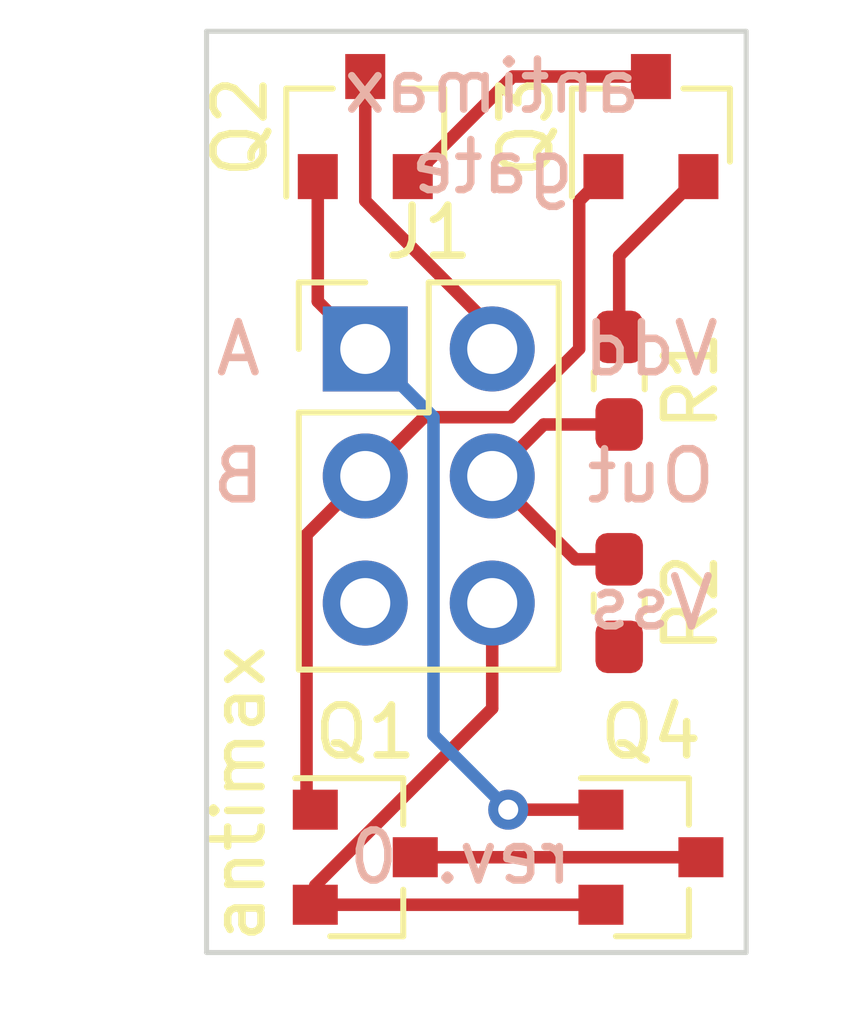
<source format=kicad_pcb>
(kicad_pcb (version 20171130) (host pcbnew 5.1.6)

  (general
    (thickness 1.6)
    (drawings 12)
    (tracks 32)
    (zones 0)
    (modules 7)
    (nets 10)
  )

  (page A4)
  (layers
    (0 F.Cu signal)
    (31 B.Cu signal)
    (32 B.Adhes user)
    (33 F.Adhes user)
    (34 B.Paste user)
    (35 F.Paste user)
    (36 B.SilkS user)
    (37 F.SilkS user)
    (38 B.Mask user)
    (39 F.Mask user)
    (40 Dwgs.User user)
    (41 Cmts.User user)
    (42 Eco1.User user)
    (43 Eco2.User user)
    (44 Edge.Cuts user)
    (45 Margin user)
    (46 B.CrtYd user)
    (47 F.CrtYd user)
    (48 B.Fab user)
    (49 F.Fab user)
  )

  (setup
    (last_trace_width 0.25)
    (user_trace_width 0.3)
    (trace_clearance 0.2)
    (zone_clearance 0.508)
    (zone_45_only no)
    (trace_min 0.2)
    (via_size 0.8)
    (via_drill 0.4)
    (via_min_size 0.4)
    (via_min_drill 0.3)
    (uvia_size 0.3)
    (uvia_drill 0.1)
    (uvias_allowed no)
    (uvia_min_size 0.2)
    (uvia_min_drill 0.1)
    (edge_width 0.05)
    (segment_width 0.2)
    (pcb_text_width 0.3)
    (pcb_text_size 1.5 1.5)
    (mod_edge_width 0.12)
    (mod_text_size 1 1)
    (mod_text_width 0.15)
    (pad_size 1.524 1.524)
    (pad_drill 0.762)
    (pad_to_mask_clearance 0.05)
    (aux_axis_origin 0 0)
    (visible_elements FFFFFF7F)
    (pcbplotparams
      (layerselection 0x010fc_ffffffff)
      (usegerberextensions false)
      (usegerberattributes true)
      (usegerberadvancedattributes true)
      (creategerberjobfile true)
      (excludeedgelayer true)
      (linewidth 0.100000)
      (plotframeref false)
      (viasonmask false)
      (mode 1)
      (useauxorigin false)
      (hpglpennumber 1)
      (hpglpenspeed 20)
      (hpglpendiameter 15.000000)
      (psnegative false)
      (psa4output false)
      (plotreference true)
      (plotvalue true)
      (plotinvisibletext false)
      (padsonsilk false)
      (subtractmaskfromsilk false)
      (outputformat 1)
      (mirror false)
      (drillshape 0)
      (scaleselection 1)
      (outputdirectory ""))
  )

  (net 0 "")
  (net 1 Vss)
  (net 2 "Net-(J1-Pad5)")
  (net 3 Out)
  (net 4 B)
  (net 5 Vdd)
  (net 6 A)
  (net 7 "Net-(Q1-Pad3)")
  (net 8 "Net-(Q2-Pad2)")
  (net 9 "Net-(Q3-Pad2)")

  (net_class Default "This is the default net class."
    (clearance 0.2)
    (trace_width 0.25)
    (via_dia 0.8)
    (via_drill 0.4)
    (uvia_dia 0.3)
    (uvia_drill 0.1)
    (add_net A)
    (add_net B)
    (add_net "Net-(J1-Pad5)")
    (add_net "Net-(Q1-Pad3)")
    (add_net "Net-(Q2-Pad2)")
    (add_net "Net-(Q3-Pad2)")
    (add_net Out)
    (add_net Vdd)
    (add_net Vss)
  )

  (module Resistor_SMD:R_0603_1608Metric_Pad1.05x0.95mm_HandSolder (layer F.Cu) (tedit 5B301BBD) (tstamp 5FDEF431)
    (at 135.89 66.675 270)
    (descr "Resistor SMD 0603 (1608 Metric), square (rectangular) end terminal, IPC_7351 nominal with elongated pad for handsoldering. (Body size source: http://www.tortai-tech.com/upload/download/2011102023233369053.pdf), generated with kicad-footprint-generator")
    (tags "resistor handsolder")
    (path /5FE26934)
    (attr smd)
    (fp_text reference R2 (at 0 -1.43 90) (layer F.SilkS)
      (effects (font (size 1 1) (thickness 0.15)))
    )
    (fp_text value 12k (at 0 1.43 90) (layer F.Fab)
      (effects (font (size 1 1) (thickness 0.15)))
    )
    (fp_line (start 1.65 0.73) (end -1.65 0.73) (layer F.CrtYd) (width 0.05))
    (fp_line (start 1.65 -0.73) (end 1.65 0.73) (layer F.CrtYd) (width 0.05))
    (fp_line (start -1.65 -0.73) (end 1.65 -0.73) (layer F.CrtYd) (width 0.05))
    (fp_line (start -1.65 0.73) (end -1.65 -0.73) (layer F.CrtYd) (width 0.05))
    (fp_line (start -0.171267 0.51) (end 0.171267 0.51) (layer F.SilkS) (width 0.12))
    (fp_line (start -0.171267 -0.51) (end 0.171267 -0.51) (layer F.SilkS) (width 0.12))
    (fp_line (start 0.8 0.4) (end -0.8 0.4) (layer F.Fab) (width 0.1))
    (fp_line (start 0.8 -0.4) (end 0.8 0.4) (layer F.Fab) (width 0.1))
    (fp_line (start -0.8 -0.4) (end 0.8 -0.4) (layer F.Fab) (width 0.1))
    (fp_line (start -0.8 0.4) (end -0.8 -0.4) (layer F.Fab) (width 0.1))
    (fp_text user %R (at 0 0 90) (layer F.Fab)
      (effects (font (size 0.4 0.4) (thickness 0.06)))
    )
    (pad 2 smd roundrect (at 0.875 0 270) (size 1.05 0.95) (layers F.Cu F.Paste F.Mask) (roundrect_rratio 0.25)
      (net 7 "Net-(Q1-Pad3)"))
    (pad 1 smd roundrect (at -0.875 0 270) (size 1.05 0.95) (layers F.Cu F.Paste F.Mask) (roundrect_rratio 0.25)
      (net 3 Out))
    (model ${KISYS3DMOD}/Resistor_SMD.3dshapes/R_0603_1608Metric.wrl
      (at (xyz 0 0 0))
      (scale (xyz 1 1 1))
      (rotate (xyz 0 0 0))
    )
  )

  (module Resistor_SMD:R_0603_1608Metric_Pad1.05x0.95mm_HandSolder (layer F.Cu) (tedit 5B301BBD) (tstamp 5FDEF420)
    (at 135.89 62.23 270)
    (descr "Resistor SMD 0603 (1608 Metric), square (rectangular) end terminal, IPC_7351 nominal with elongated pad for handsoldering. (Body size source: http://www.tortai-tech.com/upload/download/2011102023233369053.pdf), generated with kicad-footprint-generator")
    (tags "resistor handsolder")
    (path /5FDF3FD0)
    (attr smd)
    (fp_text reference R1 (at 0 -1.43 90) (layer F.SilkS)
      (effects (font (size 1 1) (thickness 0.15)))
    )
    (fp_text value 12k (at 0 1.43 90) (layer F.Fab)
      (effects (font (size 1 1) (thickness 0.15)))
    )
    (fp_line (start 1.65 0.73) (end -1.65 0.73) (layer F.CrtYd) (width 0.05))
    (fp_line (start 1.65 -0.73) (end 1.65 0.73) (layer F.CrtYd) (width 0.05))
    (fp_line (start -1.65 -0.73) (end 1.65 -0.73) (layer F.CrtYd) (width 0.05))
    (fp_line (start -1.65 0.73) (end -1.65 -0.73) (layer F.CrtYd) (width 0.05))
    (fp_line (start -0.171267 0.51) (end 0.171267 0.51) (layer F.SilkS) (width 0.12))
    (fp_line (start -0.171267 -0.51) (end 0.171267 -0.51) (layer F.SilkS) (width 0.12))
    (fp_line (start 0.8 0.4) (end -0.8 0.4) (layer F.Fab) (width 0.1))
    (fp_line (start 0.8 -0.4) (end 0.8 0.4) (layer F.Fab) (width 0.1))
    (fp_line (start -0.8 -0.4) (end 0.8 -0.4) (layer F.Fab) (width 0.1))
    (fp_line (start -0.8 0.4) (end -0.8 -0.4) (layer F.Fab) (width 0.1))
    (fp_text user %R (at 0 0 90) (layer F.Fab)
      (effects (font (size 0.4 0.4) (thickness 0.06)))
    )
    (pad 2 smd roundrect (at 0.875 0 270) (size 1.05 0.95) (layers F.Cu F.Paste F.Mask) (roundrect_rratio 0.25)
      (net 3 Out))
    (pad 1 smd roundrect (at -0.875 0 270) (size 1.05 0.95) (layers F.Cu F.Paste F.Mask) (roundrect_rratio 0.25)
      (net 9 "Net-(Q3-Pad2)"))
    (model ${KISYS3DMOD}/Resistor_SMD.3dshapes/R_0603_1608Metric.wrl
      (at (xyz 0 0 0))
      (scale (xyz 1 1 1))
      (rotate (xyz 0 0 0))
    )
  )

  (module Package_TO_SOT_SMD:SOT-23 (layer F.Cu) (tedit 5A02FF57) (tstamp 5FDEF40F)
    (at 136.525 71.755)
    (descr "SOT-23, Standard")
    (tags SOT-23)
    (path /5FE1F5E9)
    (attr smd)
    (fp_text reference Q4 (at 0 -2.5) (layer F.SilkS)
      (effects (font (size 1 1) (thickness 0.15)))
    )
    (fp_text value 2N7002 (at 0 2.5) (layer F.Fab)
      (effects (font (size 1 1) (thickness 0.15)))
    )
    (fp_line (start 0.76 1.58) (end -0.7 1.58) (layer F.SilkS) (width 0.12))
    (fp_line (start 0.76 -1.58) (end -1.4 -1.58) (layer F.SilkS) (width 0.12))
    (fp_line (start -1.7 1.75) (end -1.7 -1.75) (layer F.CrtYd) (width 0.05))
    (fp_line (start 1.7 1.75) (end -1.7 1.75) (layer F.CrtYd) (width 0.05))
    (fp_line (start 1.7 -1.75) (end 1.7 1.75) (layer F.CrtYd) (width 0.05))
    (fp_line (start -1.7 -1.75) (end 1.7 -1.75) (layer F.CrtYd) (width 0.05))
    (fp_line (start 0.76 -1.58) (end 0.76 -0.65) (layer F.SilkS) (width 0.12))
    (fp_line (start 0.76 1.58) (end 0.76 0.65) (layer F.SilkS) (width 0.12))
    (fp_line (start -0.7 1.52) (end 0.7 1.52) (layer F.Fab) (width 0.1))
    (fp_line (start 0.7 -1.52) (end 0.7 1.52) (layer F.Fab) (width 0.1))
    (fp_line (start -0.7 -0.95) (end -0.15 -1.52) (layer F.Fab) (width 0.1))
    (fp_line (start -0.15 -1.52) (end 0.7 -1.52) (layer F.Fab) (width 0.1))
    (fp_line (start -0.7 -0.95) (end -0.7 1.5) (layer F.Fab) (width 0.1))
    (fp_text user %R (at 0 0 90) (layer F.Fab)
      (effects (font (size 0.5 0.5) (thickness 0.075)))
    )
    (pad 3 smd rect (at 1 0) (size 0.9 0.8) (layers F.Cu F.Paste F.Mask)
      (net 7 "Net-(Q1-Pad3)"))
    (pad 2 smd rect (at -1 0.95) (size 0.9 0.8) (layers F.Cu F.Paste F.Mask)
      (net 1 Vss))
    (pad 1 smd rect (at -1 -0.95) (size 0.9 0.8) (layers F.Cu F.Paste F.Mask)
      (net 6 A))
    (model ${KISYS3DMOD}/Package_TO_SOT_SMD.3dshapes/SOT-23.wrl
      (at (xyz 0 0 0))
      (scale (xyz 1 1 1))
      (rotate (xyz 0 0 0))
    )
  )

  (module Package_TO_SOT_SMD:SOT-23 (layer F.Cu) (tedit 5A02FF57) (tstamp 5FDEF3FA)
    (at 136.525 57.15 90)
    (descr "SOT-23, Standard")
    (tags SOT-23)
    (path /5FE1ECAA)
    (attr smd)
    (fp_text reference Q3 (at 0 -2.5 90) (layer F.SilkS)
      (effects (font (size 1 1) (thickness 0.15)))
    )
    (fp_text value BSS84 (at 0 2.5 90) (layer F.Fab)
      (effects (font (size 1 1) (thickness 0.15)))
    )
    (fp_line (start 0.76 1.58) (end -0.7 1.58) (layer F.SilkS) (width 0.12))
    (fp_line (start 0.76 -1.58) (end -1.4 -1.58) (layer F.SilkS) (width 0.12))
    (fp_line (start -1.7 1.75) (end -1.7 -1.75) (layer F.CrtYd) (width 0.05))
    (fp_line (start 1.7 1.75) (end -1.7 1.75) (layer F.CrtYd) (width 0.05))
    (fp_line (start 1.7 -1.75) (end 1.7 1.75) (layer F.CrtYd) (width 0.05))
    (fp_line (start -1.7 -1.75) (end 1.7 -1.75) (layer F.CrtYd) (width 0.05))
    (fp_line (start 0.76 -1.58) (end 0.76 -0.65) (layer F.SilkS) (width 0.12))
    (fp_line (start 0.76 1.58) (end 0.76 0.65) (layer F.SilkS) (width 0.12))
    (fp_line (start -0.7 1.52) (end 0.7 1.52) (layer F.Fab) (width 0.1))
    (fp_line (start 0.7 -1.52) (end 0.7 1.52) (layer F.Fab) (width 0.1))
    (fp_line (start -0.7 -0.95) (end -0.15 -1.52) (layer F.Fab) (width 0.1))
    (fp_line (start -0.15 -1.52) (end 0.7 -1.52) (layer F.Fab) (width 0.1))
    (fp_line (start -0.7 -0.95) (end -0.7 1.5) (layer F.Fab) (width 0.1))
    (fp_text user %R (at 0 0) (layer F.Fab)
      (effects (font (size 0.5 0.5) (thickness 0.075)))
    )
    (pad 3 smd rect (at 1 0 90) (size 0.9 0.8) (layers F.Cu F.Paste F.Mask)
      (net 8 "Net-(Q2-Pad2)"))
    (pad 2 smd rect (at -1 0.95 90) (size 0.9 0.8) (layers F.Cu F.Paste F.Mask)
      (net 9 "Net-(Q3-Pad2)"))
    (pad 1 smd rect (at -1 -0.95 90) (size 0.9 0.8) (layers F.Cu F.Paste F.Mask)
      (net 4 B))
    (model ${KISYS3DMOD}/Package_TO_SOT_SMD.3dshapes/SOT-23.wrl
      (at (xyz 0 0 0))
      (scale (xyz 1 1 1))
      (rotate (xyz 0 0 0))
    )
  )

  (module Package_TO_SOT_SMD:SOT-23 (layer F.Cu) (tedit 5A02FF57) (tstamp 5FDEF3E5)
    (at 130.81 57.15 90)
    (descr "SOT-23, Standard")
    (tags SOT-23)
    (path /5FE1D204)
    (attr smd)
    (fp_text reference Q2 (at 0 -2.5 90) (layer F.SilkS)
      (effects (font (size 1 1) (thickness 0.15)))
    )
    (fp_text value BSS84 (at 0 2.5 90) (layer F.Fab)
      (effects (font (size 1 1) (thickness 0.15)))
    )
    (fp_line (start 0.76 1.58) (end -0.7 1.58) (layer F.SilkS) (width 0.12))
    (fp_line (start 0.76 -1.58) (end -1.4 -1.58) (layer F.SilkS) (width 0.12))
    (fp_line (start -1.7 1.75) (end -1.7 -1.75) (layer F.CrtYd) (width 0.05))
    (fp_line (start 1.7 1.75) (end -1.7 1.75) (layer F.CrtYd) (width 0.05))
    (fp_line (start 1.7 -1.75) (end 1.7 1.75) (layer F.CrtYd) (width 0.05))
    (fp_line (start -1.7 -1.75) (end 1.7 -1.75) (layer F.CrtYd) (width 0.05))
    (fp_line (start 0.76 -1.58) (end 0.76 -0.65) (layer F.SilkS) (width 0.12))
    (fp_line (start 0.76 1.58) (end 0.76 0.65) (layer F.SilkS) (width 0.12))
    (fp_line (start -0.7 1.52) (end 0.7 1.52) (layer F.Fab) (width 0.1))
    (fp_line (start 0.7 -1.52) (end 0.7 1.52) (layer F.Fab) (width 0.1))
    (fp_line (start -0.7 -0.95) (end -0.15 -1.52) (layer F.Fab) (width 0.1))
    (fp_line (start -0.15 -1.52) (end 0.7 -1.52) (layer F.Fab) (width 0.1))
    (fp_line (start -0.7 -0.95) (end -0.7 1.5) (layer F.Fab) (width 0.1))
    (fp_text user %R (at 0 0) (layer F.Fab)
      (effects (font (size 0.5 0.5) (thickness 0.075)))
    )
    (pad 3 smd rect (at 1 0 90) (size 0.9 0.8) (layers F.Cu F.Paste F.Mask)
      (net 5 Vdd))
    (pad 2 smd rect (at -1 0.95 90) (size 0.9 0.8) (layers F.Cu F.Paste F.Mask)
      (net 8 "Net-(Q2-Pad2)"))
    (pad 1 smd rect (at -1 -0.95 90) (size 0.9 0.8) (layers F.Cu F.Paste F.Mask)
      (net 6 A))
    (model ${KISYS3DMOD}/Package_TO_SOT_SMD.3dshapes/SOT-23.wrl
      (at (xyz 0 0 0))
      (scale (xyz 1 1 1))
      (rotate (xyz 0 0 0))
    )
  )

  (module Package_TO_SOT_SMD:SOT-23 (layer F.Cu) (tedit 5A02FF57) (tstamp 5FDEF3D0)
    (at 130.81 71.755)
    (descr "SOT-23, Standard")
    (tags SOT-23)
    (path /5FE2166E)
    (attr smd)
    (fp_text reference Q1 (at 0 -2.5) (layer F.SilkS)
      (effects (font (size 1 1) (thickness 0.15)))
    )
    (fp_text value 2N7002 (at 0 2.5) (layer F.Fab)
      (effects (font (size 1 1) (thickness 0.15)))
    )
    (fp_line (start 0.76 1.58) (end -0.7 1.58) (layer F.SilkS) (width 0.12))
    (fp_line (start 0.76 -1.58) (end -1.4 -1.58) (layer F.SilkS) (width 0.12))
    (fp_line (start -1.7 1.75) (end -1.7 -1.75) (layer F.CrtYd) (width 0.05))
    (fp_line (start 1.7 1.75) (end -1.7 1.75) (layer F.CrtYd) (width 0.05))
    (fp_line (start 1.7 -1.75) (end 1.7 1.75) (layer F.CrtYd) (width 0.05))
    (fp_line (start -1.7 -1.75) (end 1.7 -1.75) (layer F.CrtYd) (width 0.05))
    (fp_line (start 0.76 -1.58) (end 0.76 -0.65) (layer F.SilkS) (width 0.12))
    (fp_line (start 0.76 1.58) (end 0.76 0.65) (layer F.SilkS) (width 0.12))
    (fp_line (start -0.7 1.52) (end 0.7 1.52) (layer F.Fab) (width 0.1))
    (fp_line (start 0.7 -1.52) (end 0.7 1.52) (layer F.Fab) (width 0.1))
    (fp_line (start -0.7 -0.95) (end -0.15 -1.52) (layer F.Fab) (width 0.1))
    (fp_line (start -0.15 -1.52) (end 0.7 -1.52) (layer F.Fab) (width 0.1))
    (fp_line (start -0.7 -0.95) (end -0.7 1.5) (layer F.Fab) (width 0.1))
    (fp_text user %R (at 0 0 90) (layer F.Fab)
      (effects (font (size 0.5 0.5) (thickness 0.075)))
    )
    (pad 3 smd rect (at 1 0) (size 0.9 0.8) (layers F.Cu F.Paste F.Mask)
      (net 7 "Net-(Q1-Pad3)"))
    (pad 2 smd rect (at -1 0.95) (size 0.9 0.8) (layers F.Cu F.Paste F.Mask)
      (net 1 Vss))
    (pad 1 smd rect (at -1 -0.95) (size 0.9 0.8) (layers F.Cu F.Paste F.Mask)
      (net 4 B))
    (model ${KISYS3DMOD}/Package_TO_SOT_SMD.3dshapes/SOT-23.wrl
      (at (xyz 0 0 0))
      (scale (xyz 1 1 1))
      (rotate (xyz 0 0 0))
    )
  )

  (module Connector_PinHeader_2.54mm:PinHeader_2x03_P2.54mm_Vertical (layer F.Cu) (tedit 59FED5CC) (tstamp 5FDEF3BB)
    (at 130.81 61.595)
    (descr "Through hole straight pin header, 2x03, 2.54mm pitch, double rows")
    (tags "Through hole pin header THT 2x03 2.54mm double row")
    (path /5FE2773C)
    (fp_text reference J1 (at 1.27 -2.33) (layer F.SilkS)
      (effects (font (size 1 1) (thickness 0.15)))
    )
    (fp_text value Conn_02x03_Odd_Even (at 1.27 7.41) (layer F.Fab)
      (effects (font (size 1 1) (thickness 0.15)))
    )
    (fp_line (start 4.35 -1.8) (end -1.8 -1.8) (layer F.CrtYd) (width 0.05))
    (fp_line (start 4.35 6.85) (end 4.35 -1.8) (layer F.CrtYd) (width 0.05))
    (fp_line (start -1.8 6.85) (end 4.35 6.85) (layer F.CrtYd) (width 0.05))
    (fp_line (start -1.8 -1.8) (end -1.8 6.85) (layer F.CrtYd) (width 0.05))
    (fp_line (start -1.33 -1.33) (end 0 -1.33) (layer F.SilkS) (width 0.12))
    (fp_line (start -1.33 0) (end -1.33 -1.33) (layer F.SilkS) (width 0.12))
    (fp_line (start 1.27 -1.33) (end 3.87 -1.33) (layer F.SilkS) (width 0.12))
    (fp_line (start 1.27 1.27) (end 1.27 -1.33) (layer F.SilkS) (width 0.12))
    (fp_line (start -1.33 1.27) (end 1.27 1.27) (layer F.SilkS) (width 0.12))
    (fp_line (start 3.87 -1.33) (end 3.87 6.41) (layer F.SilkS) (width 0.12))
    (fp_line (start -1.33 1.27) (end -1.33 6.41) (layer F.SilkS) (width 0.12))
    (fp_line (start -1.33 6.41) (end 3.87 6.41) (layer F.SilkS) (width 0.12))
    (fp_line (start -1.27 0) (end 0 -1.27) (layer F.Fab) (width 0.1))
    (fp_line (start -1.27 6.35) (end -1.27 0) (layer F.Fab) (width 0.1))
    (fp_line (start 3.81 6.35) (end -1.27 6.35) (layer F.Fab) (width 0.1))
    (fp_line (start 3.81 -1.27) (end 3.81 6.35) (layer F.Fab) (width 0.1))
    (fp_line (start 0 -1.27) (end 3.81 -1.27) (layer F.Fab) (width 0.1))
    (fp_text user %R (at 1.27 2.54 90) (layer F.Fab)
      (effects (font (size 1 1) (thickness 0.15)))
    )
    (pad 6 thru_hole oval (at 2.54 5.08) (size 1.7 1.7) (drill 1) (layers *.Cu *.Mask)
      (net 1 Vss))
    (pad 5 thru_hole oval (at 0 5.08) (size 1.7 1.7) (drill 1) (layers *.Cu *.Mask)
      (net 2 "Net-(J1-Pad5)"))
    (pad 4 thru_hole oval (at 2.54 2.54) (size 1.7 1.7) (drill 1) (layers *.Cu *.Mask)
      (net 3 Out))
    (pad 3 thru_hole oval (at 0 2.54) (size 1.7 1.7) (drill 1) (layers *.Cu *.Mask)
      (net 4 B))
    (pad 2 thru_hole oval (at 2.54 0) (size 1.7 1.7) (drill 1) (layers *.Cu *.Mask)
      (net 5 Vdd))
    (pad 1 thru_hole rect (at 0 0) (size 1.7 1.7) (drill 1) (layers *.Cu *.Mask)
      (net 6 A))
    (model ${KISYS3DMOD}/Connector_PinHeader_2.54mm.3dshapes/PinHeader_2x03_P2.54mm_Vertical.wrl
      (at (xyz 0 0 0))
      (scale (xyz 1 1 1))
      (rotate (xyz 0 0 0))
    )
  )

  (gr_text "rev. 0" (at 132.715 71.755) (layer B.SilkS)
    (effects (font (size 1 1) (thickness 0.15)) (justify mirror))
  )
  (gr_text "antimax\ngate" (at 133.35 57.15) (layer B.SilkS)
    (effects (font (size 1 1) (thickness 0.15)) (justify mirror))
  )
  (gr_text Vss (at 136.525 66.675) (layer B.SilkS)
    (effects (font (size 1 1) (thickness 0.15)) (justify mirror))
  )
  (gr_text Out (at 136.525 64.135) (layer B.SilkS)
    (effects (font (size 1 1) (thickness 0.15)) (justify mirror))
  )
  (gr_text Vdd (at 136.525 61.595) (layer B.SilkS)
    (effects (font (size 1 1) (thickness 0.15)) (justify mirror))
  )
  (gr_text B (at 128.27 64.135) (layer B.SilkS)
    (effects (font (size 1 1) (thickness 0.15)) (justify mirror))
  )
  (gr_text A (at 128.27 61.595) (layer B.SilkS)
    (effects (font (size 1 1) (thickness 0.15)) (justify mirror))
  )
  (gr_line (start 138.43 55.245) (end 138.43 73.66) (layer Edge.Cuts) (width 0.1))
  (gr_line (start 127.635 55.245) (end 138.43 55.245) (layer Edge.Cuts) (width 0.1))
  (gr_line (start 127.635 73.66) (end 127.635 55.245) (layer Edge.Cuts) (width 0.1))
  (gr_line (start 138.43 73.66) (end 127.635 73.66) (layer Edge.Cuts) (width 0.1))
  (gr_text "antimax\n" (at 128.27 70.485 90) (layer F.SilkS)
    (effects (font (size 1 1) (thickness 0.15)))
  )

  (segment (start 133.35 68.779998) (end 133.35 66.675) (width 0.25) (layer F.Cu) (net 1))
  (segment (start 129.81 72.319998) (end 133.35 68.779998) (width 0.25) (layer F.Cu) (net 1))
  (segment (start 129.81 72.705) (end 129.81 72.319998) (width 0.25) (layer F.Cu) (net 1))
  (segment (start 135.525 72.705) (end 129.81 72.705) (width 0.25) (layer F.Cu) (net 1))
  (segment (start 135.015 65.8) (end 133.35 64.135) (width 0.25) (layer F.Cu) (net 3))
  (segment (start 135.89 65.8) (end 135.015 65.8) (width 0.25) (layer F.Cu) (net 3))
  (segment (start 134.38 63.105) (end 133.35 64.135) (width 0.25) (layer F.Cu) (net 3))
  (segment (start 135.89 63.105) (end 134.38 63.105) (width 0.25) (layer F.Cu) (net 3))
  (segment (start 131.985001 62.959999) (end 130.81 64.135) (width 0.25) (layer F.Cu) (net 4))
  (segment (start 135.08999 61.594012) (end 133.724003 62.959999) (width 0.25) (layer F.Cu) (net 4))
  (segment (start 135.08999 58.63501) (end 135.08999 61.594012) (width 0.25) (layer F.Cu) (net 4))
  (segment (start 133.724003 62.959999) (end 131.985001 62.959999) (width 0.25) (layer F.Cu) (net 4))
  (segment (start 135.575 58.15) (end 135.08999 58.63501) (width 0.25) (layer F.Cu) (net 4))
  (segment (start 129.634999 65.310001) (end 130.81 64.135) (width 0.25) (layer F.Cu) (net 4))
  (segment (start 129.634999 70.629999) (end 129.634999 65.310001) (width 0.25) (layer F.Cu) (net 4))
  (segment (start 129.81 70.805) (end 129.634999 70.629999) (width 0.25) (layer F.Cu) (net 4))
  (segment (start 130.81 58.635002) (end 133.35 61.175002) (width 0.25) (layer F.Cu) (net 5))
  (segment (start 133.35 61.175002) (end 133.35 61.595) (width 0.25) (layer F.Cu) (net 5))
  (segment (start 130.81 56.15) (end 130.81 58.635002) (width 0.25) (layer F.Cu) (net 5))
  (segment (start 129.86 60.645) (end 130.81 61.595) (width 0.25) (layer F.Cu) (net 6))
  (segment (start 129.86 58.15) (end 129.86 60.645) (width 0.25) (layer F.Cu) (net 6))
  (segment (start 135.525 70.805) (end 133.67 70.805) (width 0.25) (layer F.Cu) (net 6))
  (segment (start 133.67 70.805) (end 133.67 70.805) (width 0.25) (layer F.Cu) (net 6) (tstamp 5FDEF82D))
  (via (at 133.67 70.805) (size 0.8) (drill 0.4) (layers F.Cu B.Cu) (net 6))
  (segment (start 132.174999 69.309999) (end 132.174999 62.959999) (width 0.25) (layer B.Cu) (net 6))
  (segment (start 132.174999 62.959999) (end 130.81 61.595) (width 0.25) (layer B.Cu) (net 6))
  (segment (start 133.67 70.805) (end 132.174999 69.309999) (width 0.25) (layer B.Cu) (net 6))
  (segment (start 131.81 71.755) (end 137.525 71.755) (width 0.25) (layer F.Cu) (net 7))
  (segment (start 133.76 56.15) (end 136.525 56.15) (width 0.25) (layer F.Cu) (net 8))
  (segment (start 131.76 58.15) (end 133.76 56.15) (width 0.25) (layer F.Cu) (net 8))
  (segment (start 135.89 59.735) (end 137.475 58.15) (width 0.25) (layer F.Cu) (net 9))
  (segment (start 135.89 61.355) (end 135.89 59.735) (width 0.25) (layer F.Cu) (net 9))

)

</source>
